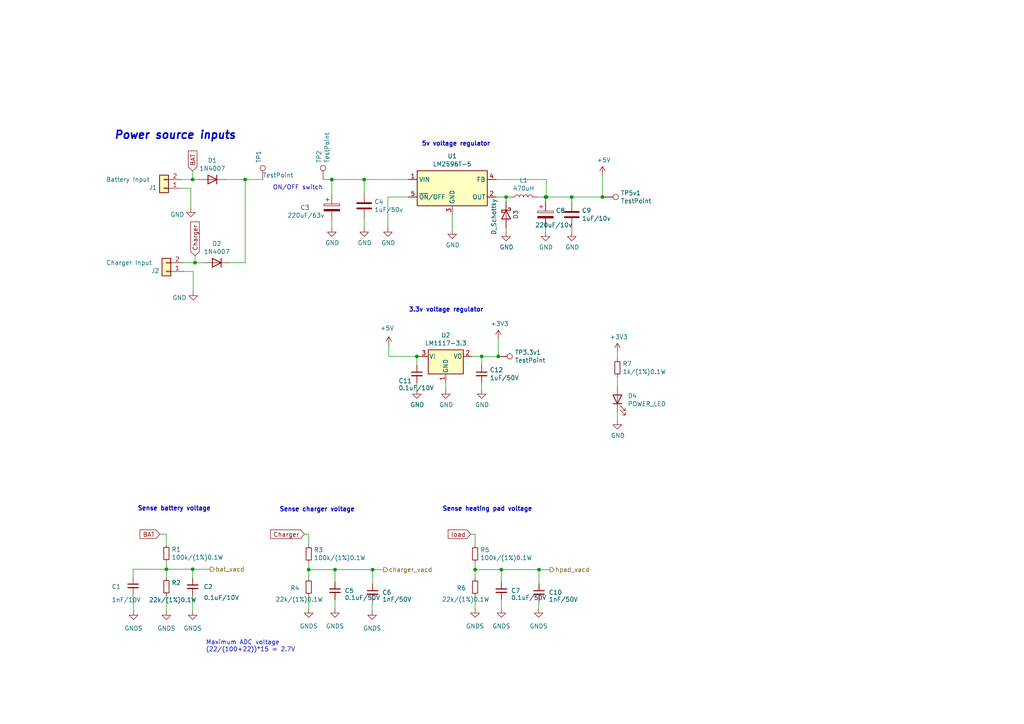
<source format=kicad_sch>
(kicad_sch (version 20230121) (generator eeschema)
  (paper "A4")
  (title_block (title "Neonest v 1.3") (date "2025-08-07") (rev "1") (company "Che innovations"))
  (lib_symbols
    (symbol "Battery_charge_controller-rescue:+3.3V-power" (power) (pin_names (offset 0))
      (property "Value" "+3.3V-power" (at 0 3.556 0))
      (symbol "+3.3V-power_0_1"
        (polyline (pts (xy -0.762 1.27) (xy 0 2.54)))
        (polyline (pts (xy 0 0) (xy 0 2.54)))
        (polyline (pts (xy 0 2.54) (xy 0.762 1.27)))
      )
      (symbol "+3.3V-power_1_1"
        (pin power_in line (at 0 0 90) (length 0) hide (name "+3V3") (number "1"))
      )
    )
    (symbol "Battery_charge_controller-rescue:CP-Device" (pin_numbers hide) (pin_names (offset 0.254))
      (property "Reference" "C" (at 0.635 2.54 0))
      (property "Value" "Device_CP" (at 0.635 -2.54 0))
      (symbol "CP-Device_0_1"
        (rectangle (start -2.286 0.508) (end 2.286 1.016))
        (polyline (pts (xy -1.778 2.286) (xy -0.762 2.286)))
        (polyline (pts (xy -1.27 2.794) (xy -1.27 1.778)))
        (rectangle (start 2.286 -0.508) (end -2.286 -1.016) (fill (type outline)))
      )
      (symbol "CP-Device_1_1"
        (pin passive line (at 0 3.81 270) (length 2.794) (name "~") (number "1"))
        (pin passive line (at 0 -3.81 90) (length 2.794) (name "~") (number "2"))
      )
    )
    (symbol "Battery_charge_controller-rescue:LM1117-3.3-Regulator_Linear" (pin_names (offset 0.254))
      (property "Reference" "U" (at -3.81 3.175 0))
      (property "Value" "Regulator_Linear_LM1117-3.3" (at 0 3.175 0))
      (symbol "LM1117-3.3-Regulator_Linear_0_1"
        (rectangle (start -5.08 -5.08) (end 5.08 1.905) (stroke (width 0.254)) (fill (type background)))
      )
      (symbol "LM1117-3.3-Regulator_Linear_1_1"
        (pin power_in line (at 0 -7.62 90) (length 2.54) (name "GND") (number "1"))
        (pin power_out line (at 7.62 0 180) (length 2.54) (name "VO") (number "2"))
        (pin power_in line (at -7.62 0 0) (length 2.54) (name "VI") (number "3"))
      )
    )
    (symbol "Connector:TestPoint" (pin_numbers hide) (pin_names (offset 0.762) hide)
      (property "Reference" "TP" (at 0 6.858 0))
      (property "Value" "TestPoint" (at 0 5.08 0))
      (symbol "TestPoint_0_1"
        (circle (center 0 3.302) (radius 0.762))
      )
      (symbol "TestPoint_1_1"
        (pin passive line (at 0 0 90) (length 2.54) (name "1") (number "1"))
      )
    )
    (symbol "Connector_Generic:Conn_01x02" (pin_names (offset 1.016) hide)
      (property "Reference" "J" (at 0 2.54 0))
      (property "Value" "Conn_01x02" (at 0 -5.08 0))
      (symbol "Conn_01x02_1_1"
        (rectangle (start -1.27 -2.413) (end 0 -2.667) (stroke (width 0.1524)))
        (rectangle (start -1.27 0.127) (end 0 -0.127) (stroke (width 0.1524)))
        (rectangle (start -1.27 1.27) (end 1.27 -3.81) (stroke (width 0.254)) (fill (type background)))
        (pin passive line (at -5.08 0 0) (length 3.81) (name "Pin_1") (number "1"))
        (pin passive line (at -5.08 -2.54 0) (length 3.81) (name "Pin_2") (number "2"))
      )
    )
    (symbol "Device:C" (pin_numbers hide) (pin_names (offset 0.254))
      (property "Reference" "C" (at 0.635 2.54 0))
      (property "Value" "C" (at 0.635 -2.54 0))
      (symbol "C_0_1"
        (polyline (pts (xy -2.032 -0.762) (xy 2.032 -0.762)) (stroke (width 0.508)))
        (polyline (pts (xy -2.032 0.762) (xy 2.032 0.762)) (stroke (width 0.508)))
      )
      (symbol "C_1_1"
        (pin passive line (at 0 3.81 270) (length 2.794) (name "~") (number "1"))
        (pin passive line (at 0 -3.81 90) (length 2.794) (name "~") (number "2"))
      )
    )
    (symbol "Device:C_Small" (pin_numbers hide) (pin_names (offset 0.254) hide)
      (property "Reference" "C" (at 0.254 1.778 0))
      (property "Value" "C_Small" (at 0.254 -2.032 0))
      (symbol "C_Small_0_1"
        (polyline (pts (xy -1.524 -0.508) (xy 1.524 -0.508)) (stroke (width 0.3302)))
        (polyline (pts (xy -1.524 0.508) (xy 1.524 0.508)) (stroke (width 0.3048)))
      )
      (symbol "C_Small_1_1"
        (pin passive line (at 0 2.54 270) (length 2.032) (name "~") (number "1"))
        (pin passive line (at 0 -2.54 90) (length 2.032) (name "~") (number "2"))
      )
    )
    (symbol "Device:D_Schottky" (pin_numbers hide) (pin_names (offset 1.016) hide)
      (property "Reference" "D" (at 0 2.54 0))
      (property "Value" "D_Schottky" (at 0 -2.54 0))
      (symbol "D_Schottky_0_1"
        (polyline (pts (xy 1.27 0) (xy -1.27 0)))
        (polyline (pts (xy 1.27 1.27) (xy 1.27 -1.27) (xy -1.27 0) (xy 1.27 1.27)) (stroke (width 0.254)))
        (polyline (pts (xy -1.905 0.635) (xy -1.905 1.27) (xy -1.27 1.27) (xy -1.27 -1.27) (xy -0.635 -1.27) (xy -0.635 -0.635)) (stroke (width 0.254)))
      )
      (symbol "D_Schottky_1_1"
        (pin passive line (at -3.81 0 0) (length 2.54) (name "K") (number "1"))
        (pin passive line (at 3.81 0 180) (length 2.54) (name "A") (number "2"))
      )
    )
    (symbol "Device:L" (pin_numbers hide) (pin_names (offset 1.016) hide)
      (property "Reference" "L" (at -1.27 0 90))
      (property "Value" "L" (at 1.905 0 90))
      (symbol "L_0_1"
        (arc (start 0 -2.54) (mid 0.6323 -1.905) (end 0 -1.27))
        (arc (start 0 -1.27) (mid 0.6323 -0.635) (end 0 0))
        (arc (start 0 0) (mid 0.6323 0.635) (end 0 1.27))
        (arc (start 0 1.27) (mid 0.6323 1.905) (end 0 2.54))
      )
      (symbol "L_1_1"
        (pin passive line (at 0 3.81 270) (length 1.27) (name "1") (number "1"))
        (pin passive line (at 0 -3.81 90) (length 1.27) (name "2") (number "2"))
      )
    )
    (symbol "Device:LED" (pin_numbers hide) (pin_names (offset 1.016) hide)
      (property "Reference" "D" (at 0 2.54 0))
      (property "Value" "LED" (at 0 -2.54 0))
      (symbol "LED_0_1"
        (polyline (pts (xy -1.27 -1.27) (xy -1.27 1.27)) (stroke (width 0.254)))
        (polyline (pts (xy -1.27 0) (xy 1.27 0)))
        (polyline (pts (xy 1.27 -1.27) (xy 1.27 1.27) (xy -1.27 0) (xy 1.27 -1.27)) (stroke (width 0.254)))
        (polyline (pts (xy -3.048 -0.762) (xy -4.572 -2.286) (xy -3.81 -2.286) (xy -4.572 -2.286) (xy -4.572 -1.524)))
        (polyline (pts (xy -1.778 -0.762) (xy -3.302 -2.286) (xy -2.54 -2.286) (xy -3.302 -2.286) (xy -3.302 -1.524)))
      )
      (symbol "LED_1_1"
        (pin passive line (at -3.81 0 0) (length 2.54) (name "K") (number "1"))
        (pin passive line (at 3.81 0 180) (length 2.54) (name "A") (number "2"))
      )
    )
    (symbol "Device:R_Small" (pin_numbers hide) (pin_names (offset 0.254) hide)
      (property "Reference" "R" (at 0.762 0.508 0))
      (property "Value" "R_Small" (at 0.762 -1.016 0))
      (symbol "R_Small_0_1"
        (rectangle (start -0.762 1.778) (end 0.762 -1.778) (stroke (width 0.2032)))
      )
      (symbol "R_Small_1_1"
        (pin passive line (at 0 2.54 270) (length 0.762) (name "~") (number "1"))
        (pin passive line (at 0 -2.54 90) (length 0.762) (name "~") (number "2"))
      )
    )
    (symbol "Diode:1N4001" (pin_numbers hide) (pin_names hide)
      (property "Reference" "D" (at 0 2.54 0))
      (property "Value" "1N4001" (at 0 -2.54 0))
      (symbol "1N4001_0_1"
        (polyline (pts (xy -1.27 1.27) (xy -1.27 -1.27)) (stroke (width 0.254)))
        (polyline (pts (xy 1.27 0) (xy -1.27 0)))
        (polyline (pts (xy 1.27 1.27) (xy 1.27 -1.27) (xy -1.27 0) (xy 1.27 1.27)) (stroke (width 0.254)))
      )
      (symbol "1N4001_1_1"
        (pin passive line (at -3.81 0 0) (length 2.54) (name "K") (number "1"))
        (pin passive line (at 3.81 0 180) (length 2.54) (name "A") (number "2"))
      )
    )
    (symbol "Regulator_Switching:LM2596T-5"
      (property "Reference" "U" (at -10.16 6.35 0))
      (property "Value" "LM2596T-5" (at 0 6.35 0))
      (symbol "LM2596T-5_0_1"
        (rectangle (start -10.16 5.08) (end 10.16 -5.08) (stroke (width 0.254)) (fill (type background)))
      )
      (symbol "LM2596T-5_1_1"
        (pin power_in line (at -12.7 2.54 0) (length 2.54) (name "VIN") (number "1"))
        (pin output line (at 12.7 -2.54 180) (length 2.54) (name "OUT") (number "2"))
        (pin power_in line (at 0 -7.62 90) (length 2.54) (name "GND") (number "3"))
        (pin input line (at 12.7 2.54 180) (length 2.54) (name "FB") (number "4"))
        (pin input line (at -12.7 -2.54 0) (length 2.54) (name "~{ON}/OFF") (number "5"))
      )
    )
    (symbol "power:+5V" (power) (pin_names (offset 0))
      (property "Value" "+5V" (at 0 3.556 0))
      (symbol "+5V_0_1"
        (polyline (pts (xy -0.762 1.27) (xy 0 2.54)))
        (polyline (pts (xy 0 0) (xy 0 2.54)))
        (polyline (pts (xy 0 2.54) (xy 0.762 1.27)))
      )
      (symbol "+5V_1_1"
        (pin power_in line (at 0 0 90) (length 0) hide (name "+5V") (number "1"))
      )
    )
    (symbol "power:GND" (power) (pin_names (offset 0))
      (property "Value" "GND" (at 0 -3.81 0))
      (symbol "GND_0_1"
        (polyline (pts (xy 0 0) (xy 0 -1.27) (xy 1.27 -1.27) (xy 0 -2.54) (xy -1.27 -1.27) (xy 0 -1.27)))
      )
      (symbol "GND_1_1"
        (pin power_in line (at 0 0 270) (length 0) hide (name "GND") (number "1"))
      )
    )
    (symbol "power:GNDS" (power) (pin_names (offset 0))
      (property "Value" "GNDS" (at 0 -3.81 0))
      (symbol "GNDS_0_1"
        (polyline (pts (xy 0 0) (xy 0 -1.27) (xy 1.27 -1.27) (xy 0 -2.54) (xy -1.27 -1.27) (xy 0 -1.27)))
      )
      (symbol "GNDS_1_1"
        (pin power_in line (at 0 0 270) (length 0) hide (name "GNDS") (number "1"))
      )
    )
  )
  (junction (at 156.337 165.227))
  (junction (at 89.535 165.227))
  (junction (at 165.8366 57.15))
  (junction (at 97.155 165.227))
  (junction (at 145.415 165.227))
  (junction (at 139.7 103.378))
  (junction (at 105.6386 52.07))
  (junction (at 48.26 165.1))
  (junction (at 146.7866 57.15))
  (junction (at 120.904 103.378))
  (junction (at 108.077 165.227))
  (junction (at 55.88 165.1))
  (junction (at 71.12 52.07))
  (junction (at 55.88 52.07))
  (junction (at 174.7266 57.15))
  (junction (at 144.526 103.378))
  (junction (at 158.2166 57.15))
  (junction (at 158.4706 57.15))
  (junction (at 56.5658 76.2))
  (junction (at 96.2406 52.07))
  (junction (at 137.795 165.227))
  (wire (pts (xy 120.904 103.378) (xy 121.666 103.378)))
  (wire (pts (xy 71.12 76.2) (xy 66.675 76.2)))
  (wire (pts (xy 143.8656 57.15) (xy 146.7866 57.15)))
  (wire (pts (xy 89.535 163.195) (xy 89.535 165.227)))
  (wire (pts (xy 146.7866 66.04) (xy 146.7866 67.31)))
  (wire (pts (xy 107.95 175.006) (xy 108.077 175.006)))
  (wire (pts (xy 112.776 100.203) (xy 112.776 103.378)))
  (wire (pts (xy 136.906 103.378) (xy 139.7 103.378)))
  (wire (pts (xy 120.904 105.918) (xy 120.904 103.378)))
  (wire (pts (xy 139.7 110.998) (xy 139.7 113.03)))
  (wire (pts (xy 156.21 175.006) (xy 156.337 175.006)))
  (wire (pts (xy 158.4706 57.15) (xy 165.8366 57.15)))
  (wire (pts (xy 108.077 165.227) (xy 108.077 169.291)))
  (wire (pts (xy 48.26 165.1) (xy 48.26 167.64)))
  (wire (pts (xy 55.88 167.64) (xy 55.88 165.1)))
  (wire (pts (xy 146.7866 57.15) (xy 148.0566 57.15)))
  (wire (pts (xy 56.5658 76.2) (xy 56.5658 74.1426)))
  (wire (pts (xy 105.6386 66.04) (xy 105.6386 63.5)))
  (wire (pts (xy 52.6542 52.07) (xy 55.88 52.07)))
  (wire (pts (xy 89.535 172.847) (xy 89.535 176.53)))
  (wire (pts (xy 53.34 76.2) (xy 56.5658 76.2)))
  (wire (pts (xy 71.12 52.07) (xy 76.2 52.07)))
  (wire (pts (xy 144.526 103.378) (xy 144.526 98.298)))
  (wire (pts (xy 97.155 165.227) (xy 108.077 165.227)))
  (wire (pts (xy 145.415 173.863) (xy 145.415 176.53)))
  (wire (pts (xy 136.525 154.94) (xy 137.795 154.94)))
  (wire (pts (xy 108.077 165.227) (xy 111.252 165.227)))
  (wire (pts (xy 131.1656 62.23) (xy 131.1656 66.675)))
  (wire (pts (xy 48.26 172.72) (xy 48.26 177.165)))
  (wire (pts (xy 165.8366 58.42) (xy 165.8366 57.15)))
  (wire (pts (xy 174.7266 50.8) (xy 174.7266 57.15)))
  (wire (pts (xy 112.4966 57.15) (xy 112.4966 66.04)))
  (wire (pts (xy 174.7266 57.15) (xy 175.26 57.15)))
  (wire (pts (xy 158.2166 58.42) (xy 158.2166 57.15)))
  (wire (pts (xy 89.535 165.227) (xy 89.535 167.767)))
  (wire (pts (xy 143.8656 52.07) (xy 158.4706 52.07)))
  (wire (pts (xy 156.21 175.006) (xy 156.21 176.53)))
  (wire (pts (xy 48.26 165.1) (xy 55.88 165.1)))
  (wire (pts (xy 52.6542 54.61) (xy 55.3466 54.61)))
  (wire (pts (xy 71.12 52.07) (xy 71.12 76.2)))
  (wire (pts (xy 112.4966 57.15) (xy 118.4656 57.15)))
  (wire (pts (xy 105.6386 55.88) (xy 105.6386 52.07)))
  (wire (pts (xy 48.26 154.94) (xy 48.26 157.988)))
  (wire (pts (xy 55.88 172.72) (xy 55.88 177.165)))
  (wire (pts (xy 55.88 49.53) (xy 55.88 52.07)))
  (wire (pts (xy 158.2166 66.04) (xy 158.2166 67.31)))
  (wire (pts (xy 146.7866 58.42) (xy 146.7866 57.15)))
  (wire (pts (xy 48.26 165.1) (xy 38.608 165.1)))
  (wire (pts (xy 46.355 154.94) (xy 48.26 154.94)))
  (wire (pts (xy 107.95 175.006) (xy 107.95 177.165)))
  (wire (pts (xy 55.88 52.07) (xy 57.785 52.07)))
  (wire (pts (xy 55.88 165.1) (xy 60.96 165.1)))
  (wire (pts (xy 156.337 165.227) (xy 156.337 169.291)))
  (wire (pts (xy 89.535 154.94) (xy 89.535 158.115)))
  (wire (pts (xy 137.795 172.847) (xy 137.795 176.53)))
  (wire (pts (xy 38.735 174.879) (xy 38.735 177.165)))
  (wire (pts (xy 156.337 165.227) (xy 159.512 165.227)))
  (wire (pts (xy 105.6386 52.07) (xy 118.4656 52.07)))
  (wire (pts (xy 137.795 165.227) (xy 145.415 165.227)))
  (wire (pts (xy 137.795 154.94) (xy 137.795 158.115)))
  (wire (pts (xy 165.8366 57.15) (xy 174.7266 57.15)))
  (wire (pts (xy 158.4706 57.15) (xy 158.2166 57.15)))
  (wire (pts (xy 129.286 110.998) (xy 129.286 113.03)))
  (wire (pts (xy 158.4706 52.07) (xy 158.4706 57.15)))
  (wire (pts (xy 56.0324 78.74) (xy 56.0324 84.4804)))
  (wire (pts (xy 139.7 105.918) (xy 139.7 103.378)))
  (wire (pts (xy 96.2406 56.388) (xy 96.2406 52.07)))
  (wire (pts (xy 88.265 154.94) (xy 89.535 154.94)))
  (wire (pts (xy 179.07 112.014) (xy 179.07 109.22)))
  (wire (pts (xy 53.34 78.74) (xy 56.0324 78.74)))
  (wire (pts (xy 38.608 174.879) (xy 38.608 172.466)))
  (wire (pts (xy 96.2406 52.07) (xy 105.6386 52.07)))
  (wire (pts (xy 93.7006 52.07) (xy 96.2406 52.07)))
  (wire (pts (xy 165.8366 66.04) (xy 165.8366 67.31)))
  (wire (pts (xy 38.608 165.1) (xy 38.608 167.386)))
  (wire (pts (xy 137.795 165.227) (xy 137.795 167.767)))
  (wire (pts (xy 65.405 52.07) (xy 71.12 52.07)))
  (wire (pts (xy 112.776 103.378) (xy 120.904 103.378)))
  (wire (pts (xy 120.904 110.998) (xy 120.904 113.03)))
  (wire (pts (xy 137.795 163.195) (xy 137.795 165.227)))
  (wire (pts (xy 97.155 168.783) (xy 97.155 165.227)))
  (wire (pts (xy 145.415 165.227) (xy 156.337 165.227)))
  (wire (pts (xy 56.5658 76.2) (xy 59.055 76.2)))
  (wire (pts (xy 55.3466 54.61) (xy 55.3466 60.3504)))
  (wire (pts (xy 179.07 104.14) (xy 179.07 102.108)))
  (wire (pts (xy 145.415 168.783) (xy 145.415 165.227)))
  (wire (pts (xy 179.07 121.92) (xy 179.07 119.634)))
  (wire (pts (xy 48.26 163.068) (xy 48.26 165.1)))
  (wire (pts (xy 158.2166 57.15) (xy 155.6766 57.15)))
  (wire (pts (xy 96.2406 64.008) (xy 96.2406 66.04)))
  (wire (pts (xy 38.735 174.879) (xy 38.608 174.879)))
  (wire (pts (xy 108.077 175.006) (xy 108.077 174.371)))
  (wire (pts (xy 156.337 175.006) (xy 156.337 174.371)))
  (wire (pts (xy 97.155 173.863) (xy 97.155 176.53)))
  (wire (pts (xy 89.535 165.227) (xy 97.155 165.227)))
  (wire (pts (xy 139.7 103.378) (xy 144.526 103.378)))
  (text "Sense heating pad voltage\n\n" (at 128.27 150.495 0) (effects (font (size 1.27 1.27) (thickness 0.254) bold) (justify left bottom)))
  (text "3.3v voltage regulator" (at 118.491 90.678 0) (effects (font (size 1.27 1.27) (thickness 0.254) bold) (justify left bottom)))
  (text "Maximum ADC voltage\n(22/(100+22))*15 = 2.7V" (at 59.69 189.23 0) (effects (font (size 1.27 1.27)) (justify left bottom)))
  (text "5v voltage regulator" (at 122.2756 42.545 0) (effects (font (size 1.27 1.27) (thickness 0.254) bold) (justify left bottom)))
  (text "Sense charger voltage\n" (at 81.026 148.59 0) (effects (font (size 1.27 1.27) (thickness 0.254) bold) (justify left bottom)))
  (text "ON/OFF switch" (at 79.0956 55.245 0) (effects (font (size 1.27 1.27)) (justify left bottom)))
  (text "Power source inputs\n" (at 33.02 40.64 0) (effects (font (size 2.2606 2.2606) (thickness 0.4521) bold italic) (justify left bottom)))
  (text "Sense battery voltage" (at 39.878 148.336 0) (effects (font (size 1.27 1.27) (thickness 0.254) bold) (justify left bottom)))
  (global_label "BAT" (shape input) (at 46.355 154.94 180) (property "Intersheetrefs" "${INTERSHEET_REFS}" (effects hide)))
  (global_label "load" (shape input) (at 136.525 154.94 180) (property "Intersheetrefs" "${INTERSHEET_REFS}" (effects hide)))
  (global_label "Charger" (shape input) (at 88.265 154.94 180) (property "Intersheetrefs" "${INTERSHEET_REFS}" (effects hide)))
  (global_label "BAT" (shape input) (at 55.88 49.53 90) (property "Intersheetrefs" "${INTERSHEET_REFS}" (effects hide)))
  (global_label "Charger" (shape input) (at 56.5658 74.1426 90) (property "Intersheetrefs" "${INTERSHEET_REFS}" (effects hide)))
  (hierarchical_label "charger_vacd" (shape output) (at 111.252 165.227 0))
  (hierarchical_label "bat_vacd" (shape output) (at 60.96 165.1 0))
  (hierarchical_label "hpad_vacd" (shape output) (at 159.512 165.227 0))
  (symbol (lib_id "power:GNDS") (at 55.88 177.165 0) (unit 1)
    (property "Reference" "#PWR04" (effects hide))
    (property "Value" "GNDS" (at 55.88 182.245 0))
  )
  (symbol (lib_id "Device:C_Small") (at 97.155 171.323 0) (unit 1)
    (property "Reference" "C5" (at 99.949 171.323 0) (effects (justify left)))
    (property "Value" "0.1uF/50V" (at 99.949 173.355 0) (effects (justify left)))
    (property "Footprint" "Capacitor_SMD:C_0603_1608Metric" (effects hide))
  )
  (symbol (lib_id "power:GND") (at 56.0324 84.4804 0) (mirror y) (unit 1)
    (property "Reference" "#PWR03" (effects hide))
    (property "Value" "GND" (at 52.07 86.36 0))
  )
  (symbol (lib_id "Device:C_Small") (at 38.608 169.926 0) (unit 1)
    (property "Reference" "C1" (at 32.385 170.18 0) (effects (justify left)))
    (property "Value" "1nF/10V" (at 32.385 173.99 0) (effects (justify left)))
    (property "Footprint" "Capacitor_SMD:C_0603_1608Metric" (effects hide))
  )
  (symbol (lib_id "Battery_charge_controller-rescue:+3.3V-power") (at 144.526 98.298 0) (unit 1)
    (property "Reference" "#PWR024" (effects hide))
    (property "Value" "+3.3V" (at 144.907 93.9038 0))
  )
  (symbol (lib_id "Battery_charge_controller-rescue:+3.3V-power") (at 179.07 102.108 0) (unit 1)
    (property "Reference" "#PWR025" (effects hide))
    (property "Value" "+3.3V" (at 179.451 97.7138 0))
  )
  (symbol (lib_id "Connector_Generic:Conn_01x02") (at 47.5742 54.61 180) (unit 1)
    (property "Reference" "J1" (at 45.5422 54.4068 0) (effects (justify left)))
    (property "Value" "Battery Input" (at 43.434 52.07 0) (effects (justify left)))
    (property "Footprint" "25A_Terminal_Block:TerminalBlock_Dinkle_DT-55-B01X-02_P10.00mm" (effects hide))
  )
  (symbol (lib_id "Device:C_Small") (at 120.904 108.458 0) (unit 1)
    (property "Reference" "C11" (at 115.57 110.49 0) (effects (justify left)))
    (property "Value" "0.1uF/10V" (at 115.57 112.522 0) (effects (justify left)))
    (property "Footprint" "Capacitor_SMD:C_0603_1608Metric" (effects hide))
  )
  (symbol (lib_id "power:GNDS") (at 48.26 177.165 0) (unit 1)
    (property "Reference" "#PWR01" (effects hide))
    (property "Value" "GNDS" (at 48.26 182.245 0))
  )
  (symbol (lib_id "power:GND") (at 96.2406 66.04 0) (unit 1)
    (property "Reference" "#PWR06" (effects hide))
    (property "Value" "GND" (at 96.3676 70.4342 0))
  )
  (symbol (lib_id "power:GND") (at 139.7 113.03 0) (unit 1)
    (property "Reference" "#PWR023" (effects hide))
    (property "Value" "GND" (at 139.827 117.4242 0))
  )
  (symbol (lib_id "Device:C_Small") (at 139.7 108.458 0) (unit 1)
    (property "Reference" "C12" (at 142.0368 107.2896 0) (effects (justify left)))
    (property "Value" "1uF/50V" (at 142.0368 109.601 0) (effects (justify left)))
    (property "Footprint" "Capacitor_SMD:C_0603_1608Metric" (effects hide))
  )
  (symbol (lib_id "Battery_charge_controller-rescue:LM1117-3.3-Regulator_Linear") (at 129.286 103.378 0) (unit 1)
    (property "Reference" "U2" (at 129.286 97.2312 0))
    (property "Value" "LM1117-3.3" (at 129.286 99.5426 0))
    (property "Footprint" "Package_TO_SOT_SMD:SOT-223-3_TabPin2" (effects hide))
    (property "Datasheet" "http://www.ti.com/lit/ds/symlink/lm1117.pdf" (effects hide))
  )
  (symbol (lib_id "power:GND") (at 179.07 121.92 0) (unit 1)
    (property "Reference" "#PWR026" (effects hide))
    (property "Value" "GND" (at 179.197 126.3142 0))
  )
  (symbol (lib_id "Device:D_Schottky") (at 146.7866 62.23 270) (unit 1)
    (property "Reference" "D3" (at 149.5806 62.23 0))
    (property "Value" "D_Schottky" (at 143.2306 62.865 0))
    (property "Footprint" "Diode_SMD:D_SMA" (effects hide))
  )
  (symbol (lib_id "power:+5V") (at 174.7266 50.8 0) (unit 1)
    (property "Reference" "#PWR019" (effects hide))
    (property "Value" "+5V" (at 175.1076 46.4058 0))
  )
  (symbol (lib_id "power:GNDS") (at 89.535 176.53 0) (unit 1)
    (property "Reference" "#PWR05" (effects hide))
    (property "Value" "GNDS" (at 89.535 181.61 0))
  )
  (symbol (lib_id "power:GNDS") (at 156.21 176.53 0) (unit 1)
    (property "Reference" "#PWR015" (effects hide))
    (property "Value" "GNDS" (at 156.21 181.61 0))
  )
  (symbol (lib_id "Battery_charge_controller-rescue:CP-Device") (at 96.2406 60.198 0) (unit 1)
    (property "Reference" "C3" (at 87.122 60.198 0) (effects (justify left)))
    (property "Value" "220uF/63v" (at 83.312 62.484 0) (effects (justify left)))
    (property "Footprint" "Capacitor_SMD:CP_Elec_8x10" (effects hide))
  )
  (symbol (lib_id "Device:C") (at 105.6386 59.69 0) (unit 1)
    (property "Reference" "C4" (at 108.5596 58.5216 0) (effects (justify left)))
    (property "Value" "1uF/50v" (at 108.5596 60.833 0) (effects (justify left)))
    (property "Footprint" "Capacitor_SMD:C_0603_1608Metric" (effects hide))
  )
  (symbol (lib_id "Connector_Generic:Conn_01x02") (at 48.26 78.74 180) (unit 1)
    (property "Reference" "J2" (at 46.228 78.5368 0) (effects (justify left)))
    (property "Value" "Charger Input" (at 44.1198 76.2 0) (effects (justify left)))
    (property "Footprint" "25A_Terminal_Block:TerminalBlock_Dinkle_DT-55-B01X-02_P10.00mm" (effects hide))
  )
  (symbol (lib_id "power:GNDS") (at 38.735 177.165 0) (unit 1)
    (property "Reference" "#PWR061" (effects hide))
    (property "Value" "GNDS" (at 38.735 182.245 0))
  )
  (symbol (lib_id "Device:R_Small") (at 48.26 160.528 0) (unit 1)
    (property "Reference" "R1" (at 49.7586 159.3596 0) (effects (justify left)))
    (property "Value" "100k/(1%)0.1W" (at 49.7586 161.671 0) (effects (justify left)))
    (property "Footprint" "Resistor_SMD:R_0603_1608Metric" (effects hide))
  )
  (symbol (lib_id "power:GND") (at 131.1656 66.675 0) (unit 1)
    (property "Reference" "#PWR012" (effects hide))
    (property "Value" "GND" (at 131.2926 71.0692 0))
  )
  (symbol (lib_id "Device:C_Small") (at 108.077 171.831 0) (unit 1)
    (property "Reference" "C6" (at 110.871 171.831 0) (effects (justify left)))
    (property "Value" "1nF/50V" (at 110.871 173.863 0) (effects (justify left)))
    (property "Footprint" "Capacitor_SMD:C_0603_1608Metric" (effects hide))
  )
  (symbol (lib_id "Connector:TestPoint") (at 144.526 103.378 270) (unit 1)
    (property "Reference" "TP3.3v1" (at 149.3012 102.2096 90) (effects (justify left)))
    (property "Value" "TestPoint" (at 149.3012 104.521 90) (effects (justify left)))
    (property "Footprint" "TestPoint:TestPoint_Pad_D1.0mm" (effects hide))
  )
  (symbol (lib_id "power:GND") (at 165.8366 67.31 0) (unit 1)
    (property "Reference" "#PWR017" (effects hide))
    (property "Value" "GND" (at 165.9636 71.7042 0))
  )
  (symbol (lib_id "Device:LED") (at 179.07 115.824 90) (unit 1)
    (property "Reference" "D4" (at 182.0672 114.8334 90) (effects (justify right)))
    (property "Value" "POWER_LED" (at 182.0672 117.1448 90) (effects (justify right)))
    (property "Footprint" "LED_SMD:LED_0603_1608Metric" (effects hide))
  )
  (symbol (lib_id "power:GND") (at 55.3466 60.3504 0) (mirror y) (unit 1)
    (property "Reference" "#PWR02" (effects hide))
    (property "Value" "GND" (at 51.435 62.23 0))
  )
  (symbol (lib_id "power:GND") (at 129.286 113.03 0) (unit 1)
    (property "Reference" "#PWR022" (effects hide))
    (property "Value" "GND" (at 129.413 117.4242 0))
  )
  (symbol (lib_id "Connector:TestPoint") (at 175.26 57.15 270) (unit 1)
    (property "Reference" "TP5v1" (at 180.0352 55.9816 90) (effects (justify left)))
    (property "Value" "TestPoint" (at 180.0352 58.293 90) (effects (justify left)))
    (property "Footprint" "TestPoint:TestPoint_Pad_D1.0mm" (effects hide))
  )
  (symbol (lib_id "Device:C_Small") (at 156.337 171.831 0) (unit 1)
    (property "Reference" "C10" (at 159.131 171.831 0) (effects (justify left)))
    (property "Value" "1nF/50V" (at 159.131 173.863 0) (effects (justify left)))
    (property "Footprint" "Capacitor_SMD:C_0603_1608Metric" (effects hide))
  )
  (symbol (lib_id "Device:C_Small") (at 55.88 170.18 0) (unit 1)
    (property "Reference" "C2" (at 59.055 170.18 0) (effects (justify left)))
    (property "Value" "0.1uF/10V" (at 59.055 173.355 0) (effects (justify left)))
    (property "Footprint" "Capacitor_SMD:C_0603_1608Metric" (effects hide))
  )
  (symbol (lib_id "power:GND") (at 146.7866 67.31 0) (unit 1)
    (property "Reference" "#PWR013" (effects hide))
    (property "Value" "GND" (at 146.9136 71.7042 0))
  )
  (symbol (lib_id "Regulator_Switching:LM2596T-5") (at 131.1656 54.61 0) (unit 1)
    (property "Reference" "U1" (at 131.1656 45.2882 0))
    (property "Value" "LM2596T-5" (at 131.1656 47.5996 0))
    (property "Footprint" "Package_TO_SOT_SMD:TO-263-5_TabPin3" (effects hide))
    (property "Datasheet" "http://www.ti.com/lit/ds/symlink/lm2596.pdf" (effects hide))
  )
  (symbol (lib_id "power:GNDS") (at 145.415 176.53 0) (unit 1)
    (property "Reference" "#PWR014" (effects hide))
    (property "Value" "GNDS" (at 145.415 181.61 0))
  )
  (symbol (lib_id "power:GND") (at 158.2166 67.31 0) (unit 1)
    (property "Reference" "#PWR016" (effects hide))
    (property "Value" "GND" (at 158.3436 71.7042 0))
  )
  (symbol (lib_id "power:GND") (at 120.904 113.03 0) (unit 1)
    (property "Reference" "#PWR021" (effects hide))
    (property "Value" "GND" (at 121.031 117.4242 0))
  )
  (symbol (lib_id "power:GNDS") (at 97.155 176.53 0) (unit 1)
    (property "Reference" "#PWR07" (effects hide))
    (property "Value" "GNDS" (at 97.155 181.61 0))
  )
  (symbol (lib_id "power:GND") (at 112.4966 66.04 0) (unit 1)
    (property "Reference" "#PWR010" (effects hide))
    (property "Value" "GND" (at 112.6236 70.4342 0))
  )
  (symbol (lib_id "Device:R_Small") (at 48.26 170.18 0) (unit 1)
    (property "Reference" "R2" (at 49.7586 169.0116 0) (effects (justify left)))
    (property "Value" "22k/(1%)0.1W" (at 43.18 173.99 0) (effects (justify left)))
    (property "Footprint" "Resistor_SMD:R_0603_1608Metric" (effects hide))
  )
  (symbol (lib_id "Battery_charge_controller-rescue:CP-Device") (at 158.2166 62.23 0) (unit 1)
    (property "Reference" "C8" (at 161.2138 61.0616 0) (effects (justify left)))
    (property "Value" "220uF/10v" (at 155.194 65.278 0) (effects (justify left)))
    (property "Footprint" "Capacitor_SMD:CP_Elec_8x10" (effects hide))
  )
  (symbol (lib_id "Device:R_Small") (at 137.795 170.307 0) (unit 1)
    (property "Reference" "R6" (at 132.461 170.561 0) (effects (justify left)))
    (property "Value" "22k/(1%)0.1W" (at 128.143 173.863 0) (effects (justify left)))
    (property "Footprint" "Resistor_SMD:R_0603_1608Metric" (effects hide))
  )
  (symbol (lib_id "Diode:1N4001") (at 61.595 52.07 180) (unit 1)
    (property "Reference" "D1" (at 61.595 46.5582 0))
    (property "Value" "1N4007" (at 61.595 48.8696 0))
    (property "Footprint" "Diode_SMD:D_SMA" (effects hide))
    (property "Datasheet" "http://www.vishay.com/docs/88503/1n4001.pdf" (effects hide))
  )
  (symbol (lib_id "Device:R_Small") (at 137.795 160.655 0) (unit 1)
    (property "Reference" "R5" (at 139.2936 159.4866 0) (effects (justify left)))
    (property "Value" "100k/(1%)0.1W" (at 139.2936 161.798 0) (effects (justify left)))
    (property "Footprint" "Resistor_SMD:R_0603_1608Metric" (effects hide))
  )
  (symbol (lib_id "power:+5V") (at 112.776 100.203 0) (unit 1)
    (property "Reference" "#PWR020" (effects hide))
    (property "Value" "+5V" (at 112.268 95.1738 0))
  )
  (symbol (lib_id "power:GNDS") (at 137.795 176.53 0) (unit 1)
    (property "Reference" "#PWR011" (effects hide))
    (property "Value" "GNDS" (at 137.795 181.61 0))
  )
  (symbol (lib_id "Device:C_Small") (at 145.415 171.323 0) (unit 1)
    (property "Reference" "C7" (at 148.209 171.323 0) (effects (justify left)))
    (property "Value" "0.1uF/50V" (at 148.209 173.355 0) (effects (justify left)))
    (property "Footprint" "Capacitor_SMD:C_0603_1608Metric" (effects hide))
  )
  (symbol (lib_id "Device:L") (at 151.8666 57.15 90) (unit 1)
    (property "Reference" "L1" (at 151.8666 52.324 90))
    (property "Value" "470uH" (at 151.8666 54.6354 90))
    (property "Footprint" "Inductor_SMD:L_Bourns_SRR1260" (effects hide))
  )
  (symbol (lib_id "Device:C") (at 165.8366 62.23 0) (unit 1)
    (property "Reference" "C9" (at 168.7576 61.0616 0) (effects (justify left)))
    (property "Value" "1uF/10v" (at 168.7576 63.373 0) (effects (justify left)))
    (property "Footprint" "Capacitor_SMD:C_0603_1608Metric" (effects hide))
  )
  (symbol (lib_id "power:GNDS") (at 107.95 177.165 0) (unit 1)
    (property "Reference" "#PWR09" (effects hide))
    (property "Value" "GNDS" (at 107.95 182.245 0))
  )
  (symbol (lib_id "Diode:1N4001") (at 62.865 76.2 180) (unit 1)
    (property "Reference" "D2" (at 62.865 70.6882 0))
    (property "Value" "1N4007" (at 62.865 72.9996 0))
    (property "Footprint" "Diode_SMD:D_SMA" (effects hide))
    (property "Datasheet" "http://www.vishay.com/docs/88503/1n4001.pdf" (effects hide))
  )
  (symbol (lib_id "Device:R_Small") (at 89.535 170.307 0) (unit 1)
    (property "Reference" "R4" (at 84.201 170.561 0) (effects (justify left)))
    (property "Value" "22k/(1%)0.1W" (at 79.883 173.863 0) (effects (justify left)))
    (property "Footprint" "Resistor_SMD:R_0603_1608Metric" (effects hide))
  )
  (symbol (lib_id "power:GND") (at 105.6386 66.04 0) (unit 1)
    (property "Reference" "#PWR08" (effects hide))
    (property "Value" "GND" (at 105.7656 70.4342 0))
  )
  (symbol (lib_id "Device:R_Small") (at 179.07 106.68 0) (unit 1)
    (property "Reference" "R7" (at 180.5686 105.5116 0) (effects (justify left)))
    (property "Value" "1k/(1%)0.1W" (at 180.5686 107.823 0) (effects (justify left)))
    (property "Footprint" "Resistor_SMD:R_0603_1608Metric" (effects hide))
  )
  (symbol (lib_id "Connector:TestPoint") (at 93.7006 52.07 0) (unit 1)
    (property "Reference" "TP2" (at 92.5322 47.2948 90) (effects (justify left)))
    (property "Value" "TestPoint" (at 94.8436 47.2948 90) (effects (justify left)))
    (property "Footprint" "TestPoint:TestPoint_Pad_D2.5mm" (effects hide))
  )
  (symbol (lib_id "Connector:TestPoint") (at 76.2 52.07 0) (unit 1)
    (property "Reference" "TP1" (at 75.0316 47.2948 90) (effects (justify left)))
    (property "Value" "TestPoint" (at 76.2 50.8 0) (effects (justify left)))
    (property "Footprint" "TestPoint:TestPoint_Pad_D2.5mm" (effects hide))
  )
  (symbol (lib_id "Device:R_Small") (at 89.535 160.655 0) (unit 1)
    (property "Reference" "R3" (at 91.0336 159.4866 0) (effects (justify left)))
    (property "Value" "100k/(1%)0.1W" (at 91.0336 161.798 0) (effects (justify left)))
    (property "Footprint" "Resistor_SMD:R_0603_1608Metric" (effects hide))
  )
)
</source>
